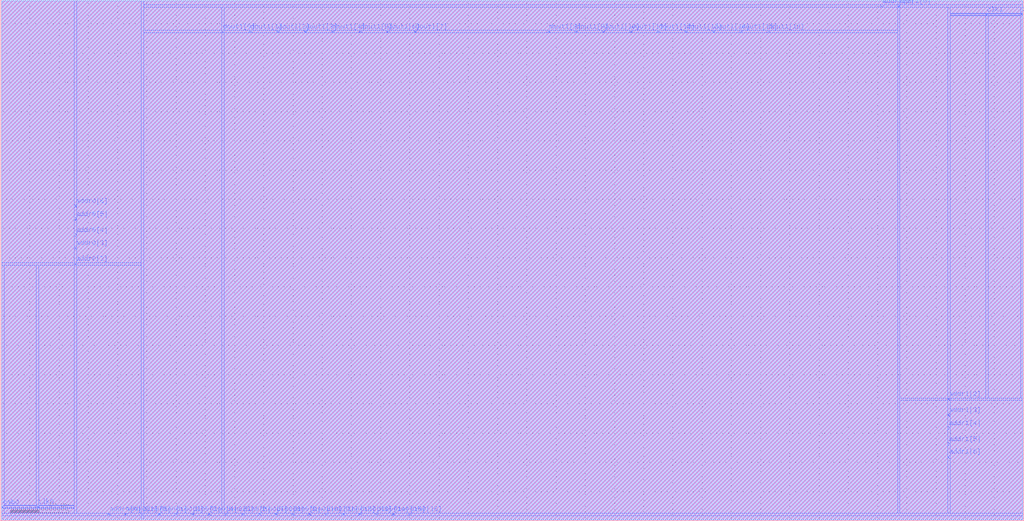
<source format=lef>
VERSION 5.4 ;
NAMESCASESENSITIVE ON ;
BUSBITCHARS "[]" ;
DIVIDERCHAR "/" ;
UNITS
  DATABASE MICRONS 2000 ;
END UNITS
MACRO sram_0rw1r1w_17_128_freepdk45
   CLASS BLOCK ;
   SIZE 175.015 BY 89.13 ;
   SYMMETRY X Y R90 ;
   PIN din0[0]
      DIRECTION INPUT ;
      PORT
         LAYER metal3 ;
         RECT  24.185 1.0375 24.32 1.1725 ;
      END
   END din0[0]
   PIN din0[1]
      DIRECTION INPUT ;
      PORT
         LAYER metal3 ;
         RECT  27.045 1.0375 27.18 1.1725 ;
      END
   END din0[1]
   PIN din0[2]
      DIRECTION INPUT ;
      PORT
         LAYER metal3 ;
         RECT  29.905 1.0375 30.04 1.1725 ;
      END
   END din0[2]
   PIN din0[3]
      DIRECTION INPUT ;
      PORT
         LAYER metal3 ;
         RECT  32.765 1.0375 32.9 1.1725 ;
      END
   END din0[3]
   PIN din0[4]
      DIRECTION INPUT ;
      PORT
         LAYER metal3 ;
         RECT  35.625 1.0375 35.76 1.1725 ;
      END
   END din0[4]
   PIN din0[5]
      DIRECTION INPUT ;
      PORT
         LAYER metal3 ;
         RECT  38.485 1.0375 38.62 1.1725 ;
      END
   END din0[5]
   PIN din0[6]
      DIRECTION INPUT ;
      PORT
         LAYER metal3 ;
         RECT  41.345 1.0375 41.48 1.1725 ;
      END
   END din0[6]
   PIN din0[7]
      DIRECTION INPUT ;
      PORT
         LAYER metal3 ;
         RECT  44.205 1.0375 44.34 1.1725 ;
      END
   END din0[7]
   PIN din0[8]
      DIRECTION INPUT ;
      PORT
         LAYER metal3 ;
         RECT  47.065 1.0375 47.2 1.1725 ;
      END
   END din0[8]
   PIN din0[9]
      DIRECTION INPUT ;
      PORT
         LAYER metal3 ;
         RECT  49.925 1.0375 50.06 1.1725 ;
      END
   END din0[9]
   PIN din0[10]
      DIRECTION INPUT ;
      PORT
         LAYER metal3 ;
         RECT  52.785 1.0375 52.92 1.1725 ;
      END
   END din0[10]
   PIN din0[11]
      DIRECTION INPUT ;
      PORT
         LAYER metal3 ;
         RECT  55.645 1.0375 55.78 1.1725 ;
      END
   END din0[11]
   PIN din0[12]
      DIRECTION INPUT ;
      PORT
         LAYER metal3 ;
         RECT  58.505 1.0375 58.64 1.1725 ;
      END
   END din0[12]
   PIN din0[13]
      DIRECTION INPUT ;
      PORT
         LAYER metal3 ;
         RECT  61.365 1.0375 61.5 1.1725 ;
      END
   END din0[13]
   PIN din0[14]
      DIRECTION INPUT ;
      PORT
         LAYER metal3 ;
         RECT  64.225 1.0375 64.36 1.1725 ;
      END
   END din0[14]
   PIN din0[15]
      DIRECTION INPUT ;
      PORT
         LAYER metal3 ;
         RECT  67.085 1.0375 67.22 1.1725 ;
      END
   END din0[15]
   PIN din0[16]
      DIRECTION INPUT ;
      PORT
         LAYER metal3 ;
         RECT  69.945 1.0375 70.08 1.1725 ;
      END
   END din0[16]
   PIN addr0[0]
      DIRECTION INPUT ;
      PORT
         LAYER metal3 ;
         RECT  18.465 1.0375 18.6 1.1725 ;
      END
   END addr0[0]
   PIN addr0[1]
      DIRECTION INPUT ;
      PORT
         LAYER metal3 ;
         RECT  21.325 1.0375 21.46 1.1725 ;
      END
   END addr0[1]
   PIN addr0[2]
      DIRECTION INPUT ;
      PORT
         LAYER metal3 ;
         RECT  12.745 43.8625 12.88 43.9975 ;
      END
   END addr0[2]
   PIN addr0[3]
      DIRECTION INPUT ;
      PORT
         LAYER metal3 ;
         RECT  12.745 46.5925 12.88 46.7275 ;
      END
   END addr0[3]
   PIN addr0[4]
      DIRECTION INPUT ;
      PORT
         LAYER metal3 ;
         RECT  12.745 48.8025 12.88 48.9375 ;
      END
   END addr0[4]
   PIN addr0[5]
      DIRECTION INPUT ;
      PORT
         LAYER metal3 ;
         RECT  12.745 51.5325 12.88 51.6675 ;
      END
   END addr0[5]
   PIN addr0[6]
      DIRECTION INPUT ;
      PORT
         LAYER metal3 ;
         RECT  12.745 53.7425 12.88 53.8775 ;
      END
   END addr0[6]
   PIN addr1[0]
      DIRECTION INPUT ;
      PORT
         LAYER metal3 ;
         RECT  153.555 87.9575 153.69 88.0925 ;
      END
   END addr1[0]
   PIN addr1[1]
      DIRECTION INPUT ;
      PORT
         LAYER metal3 ;
         RECT  150.695 87.9575 150.83 88.0925 ;
      END
   END addr1[1]
   PIN addr1[2]
      DIRECTION INPUT ;
      PORT
         LAYER metal3 ;
         RECT  162.135 20.7225 162.27 20.8575 ;
      END
   END addr1[2]
   PIN addr1[3]
      DIRECTION INPUT ;
      PORT
         LAYER metal3 ;
         RECT  162.135 17.9925 162.27 18.1275 ;
      END
   END addr1[3]
   PIN addr1[4]
      DIRECTION INPUT ;
      PORT
         LAYER metal3 ;
         RECT  162.135 15.7825 162.27 15.9175 ;
      END
   END addr1[4]
   PIN addr1[5]
      DIRECTION INPUT ;
      PORT
         LAYER metal3 ;
         RECT  162.135 13.0525 162.27 13.1875 ;
      END
   END addr1[5]
   PIN addr1[6]
      DIRECTION INPUT ;
      PORT
         LAYER metal3 ;
         RECT  162.135 10.8425 162.27 10.9775 ;
      END
   END addr1[6]
   PIN csb0
      DIRECTION INPUT ;
      PORT
         LAYER metal3 ;
         RECT  0.285 2.2625 0.42 2.3975 ;
      END
   END csb0
   PIN csb1
      DIRECTION INPUT ;
      PORT
         LAYER metal3 ;
         RECT  174.595 86.5825 174.73 86.7175 ;
      END
   END csb1
   PIN clk0
      DIRECTION INPUT ;
      PORT
         LAYER metal3 ;
         RECT  6.2475 2.3475 6.3825 2.4825 ;
      END
   END clk0
   PIN clk1
      DIRECTION INPUT ;
      PORT
         LAYER metal3 ;
         RECT  168.6325 86.4975 168.7675 86.6325 ;
      END
   END clk1
   PIN dout1[0]
      DIRECTION OUTPUT ;
      PORT
         LAYER metal3 ;
         RECT  37.945 83.595 38.08 83.73 ;
      END
   END dout1[0]
   PIN dout1[1]
      DIRECTION OUTPUT ;
      PORT
         LAYER metal3 ;
         RECT  42.645 83.595 42.78 83.73 ;
      END
   END dout1[1]
   PIN dout1[2]
      DIRECTION OUTPUT ;
      PORT
         LAYER metal3 ;
         RECT  47.345 83.595 47.48 83.73 ;
      END
   END dout1[2]
   PIN dout1[3]
      DIRECTION OUTPUT ;
      PORT
         LAYER metal3 ;
         RECT  52.045 83.595 52.18 83.73 ;
      END
   END dout1[3]
   PIN dout1[4]
      DIRECTION OUTPUT ;
      PORT
         LAYER metal3 ;
         RECT  56.745 83.595 56.88 83.73 ;
      END
   END dout1[4]
   PIN dout1[5]
      DIRECTION OUTPUT ;
      PORT
         LAYER metal3 ;
         RECT  61.445 83.595 61.58 83.73 ;
      END
   END dout1[5]
   PIN dout1[6]
      DIRECTION OUTPUT ;
      PORT
         LAYER metal3 ;
         RECT  66.145 83.595 66.28 83.73 ;
      END
   END dout1[6]
   PIN dout1[7]
      DIRECTION OUTPUT ;
      PORT
         LAYER metal3 ;
         RECT  70.845 83.595 70.98 83.73 ;
      END
   END dout1[7]
   PIN dout1[8]
      DIRECTION OUTPUT ;
      PORT
         LAYER metal3 ;
         RECT  93.675 83.595 93.81 83.73 ;
      END
   END dout1[8]
   PIN dout1[9]
      DIRECTION OUTPUT ;
      PORT
         LAYER metal3 ;
         RECT  98.375 83.595 98.51 83.73 ;
      END
   END dout1[9]
   PIN dout1[10]
      DIRECTION OUTPUT ;
      PORT
         LAYER metal3 ;
         RECT  103.075 83.595 103.21 83.73 ;
      END
   END dout1[10]
   PIN dout1[11]
      DIRECTION OUTPUT ;
      PORT
         LAYER metal3 ;
         RECT  107.775 83.595 107.91 83.73 ;
      END
   END dout1[11]
   PIN dout1[12]
      DIRECTION OUTPUT ;
      PORT
         LAYER metal3 ;
         RECT  112.475 83.595 112.61 83.73 ;
      END
   END dout1[12]
   PIN dout1[13]
      DIRECTION OUTPUT ;
      PORT
         LAYER metal3 ;
         RECT  117.175 83.595 117.31 83.73 ;
      END
   END dout1[13]
   PIN dout1[14]
      DIRECTION OUTPUT ;
      PORT
         LAYER metal3 ;
         RECT  121.875 83.595 122.01 83.73 ;
      END
   END dout1[14]
   PIN dout1[15]
      DIRECTION OUTPUT ;
      PORT
         LAYER metal3 ;
         RECT  126.575 83.595 126.71 83.73 ;
      END
   END dout1[15]
   PIN dout1[16]
      DIRECTION OUTPUT ;
      PORT
         LAYER metal3 ;
         RECT  131.275 83.595 131.41 83.73 ;
      END
   END dout1[16]
   PIN vdd
      DIRECTION INOUT ;
      USE POWER ; 
      SHAPE ABUTMENT ; 
      PORT
      END
   END vdd
   PIN gnd
      DIRECTION INOUT ;
      USE GROUND ; 
      SHAPE ABUTMENT ; 
      PORT
      END
   END gnd
   OBS
   LAYER  metal1 ;
      RECT  0.14 0.14 174.875 88.99 ;
   LAYER  metal2 ;
      RECT  0.14 0.14 174.875 88.99 ;
   LAYER  metal3 ;
      RECT  0.14 0.14 24.045 0.8975 ;
      RECT  24.045 0.14 24.46 0.8975 ;
      RECT  24.045 1.3125 24.46 88.99 ;
      RECT  24.46 0.14 174.875 0.8975 ;
      RECT  24.46 0.8975 26.905 1.3125 ;
      RECT  27.32 0.8975 29.765 1.3125 ;
      RECT  30.18 0.8975 32.625 1.3125 ;
      RECT  33.04 0.8975 35.485 1.3125 ;
      RECT  35.9 0.8975 38.345 1.3125 ;
      RECT  38.76 0.8975 41.205 1.3125 ;
      RECT  41.62 0.8975 44.065 1.3125 ;
      RECT  44.48 0.8975 46.925 1.3125 ;
      RECT  47.34 0.8975 49.785 1.3125 ;
      RECT  50.2 0.8975 52.645 1.3125 ;
      RECT  53.06 0.8975 55.505 1.3125 ;
      RECT  55.92 0.8975 58.365 1.3125 ;
      RECT  58.78 0.8975 61.225 1.3125 ;
      RECT  61.64 0.8975 64.085 1.3125 ;
      RECT  64.5 0.8975 66.945 1.3125 ;
      RECT  67.36 0.8975 69.805 1.3125 ;
      RECT  70.22 0.8975 174.875 1.3125 ;
      RECT  0.14 0.8975 18.325 1.3125 ;
      RECT  18.74 0.8975 21.185 1.3125 ;
      RECT  21.6 0.8975 24.045 1.3125 ;
      RECT  0.14 43.7225 12.605 44.1375 ;
      RECT  0.14 44.1375 12.605 88.99 ;
      RECT  12.605 1.3125 13.02 43.7225 ;
      RECT  13.02 1.3125 24.045 43.7225 ;
      RECT  13.02 43.7225 24.045 44.1375 ;
      RECT  13.02 44.1375 24.045 88.99 ;
      RECT  12.605 44.1375 13.02 46.4525 ;
      RECT  12.605 46.8675 13.02 48.6625 ;
      RECT  12.605 49.0775 13.02 51.3925 ;
      RECT  12.605 51.8075 13.02 53.6025 ;
      RECT  12.605 54.0175 13.02 88.99 ;
      RECT  24.46 88.2325 153.415 88.99 ;
      RECT  153.415 1.3125 153.83 87.8175 ;
      RECT  153.415 88.2325 153.83 88.99 ;
      RECT  153.83 87.8175 174.875 88.2325 ;
      RECT  153.83 88.2325 174.875 88.99 ;
      RECT  24.46 87.8175 150.555 88.2325 ;
      RECT  150.97 87.8175 153.415 88.2325 ;
      RECT  153.83 1.3125 161.995 20.5825 ;
      RECT  153.83 20.5825 161.995 20.9975 ;
      RECT  153.83 20.9975 161.995 87.8175 ;
      RECT  161.995 20.9975 162.41 87.8175 ;
      RECT  162.41 1.3125 174.875 20.5825 ;
      RECT  162.41 20.5825 174.875 20.9975 ;
      RECT  161.995 18.2675 162.41 20.5825 ;
      RECT  161.995 16.0575 162.41 17.8525 ;
      RECT  161.995 13.3275 162.41 15.6425 ;
      RECT  161.995 1.3125 162.41 10.7025 ;
      RECT  161.995 11.1175 162.41 12.9125 ;
      RECT  0.14 1.3125 0.145 2.1225 ;
      RECT  0.14 2.1225 0.145 2.5375 ;
      RECT  0.14 2.5375 0.145 43.7225 ;
      RECT  0.145 1.3125 0.56 2.1225 ;
      RECT  0.145 2.5375 0.56 43.7225 ;
      RECT  0.56 1.3125 12.605 2.1225 ;
      RECT  162.41 86.8575 174.455 87.8175 ;
      RECT  174.455 20.9975 174.87 86.4425 ;
      RECT  174.455 86.8575 174.87 87.8175 ;
      RECT  174.87 20.9975 174.875 86.4425 ;
      RECT  174.87 86.4425 174.875 86.8575 ;
      RECT  174.87 86.8575 174.875 87.8175 ;
      RECT  0.56 2.1225 6.1075 2.2075 ;
      RECT  0.56 2.2075 6.1075 2.5375 ;
      RECT  6.1075 2.1225 6.5225 2.2075 ;
      RECT  6.5225 2.1225 12.605 2.2075 ;
      RECT  6.5225 2.2075 12.605 2.5375 ;
      RECT  0.56 2.5375 6.1075 2.6225 ;
      RECT  0.56 2.6225 6.1075 43.7225 ;
      RECT  6.1075 2.6225 6.5225 43.7225 ;
      RECT  6.5225 2.5375 12.605 2.6225 ;
      RECT  6.5225 2.6225 12.605 43.7225 ;
      RECT  162.41 20.9975 168.4925 86.3575 ;
      RECT  162.41 86.3575 168.4925 86.4425 ;
      RECT  168.4925 20.9975 168.9075 86.3575 ;
      RECT  168.9075 20.9975 174.455 86.3575 ;
      RECT  168.9075 86.3575 174.455 86.4425 ;
      RECT  162.41 86.4425 168.4925 86.7725 ;
      RECT  162.41 86.7725 168.4925 86.8575 ;
      RECT  168.4925 86.7725 168.9075 86.8575 ;
      RECT  168.9075 86.4425 174.455 86.7725 ;
      RECT  168.9075 86.7725 174.455 86.8575 ;
      RECT  24.46 1.3125 37.805 83.455 ;
      RECT  24.46 83.455 37.805 83.87 ;
      RECT  24.46 83.87 37.805 87.8175 ;
      RECT  37.805 1.3125 38.22 83.455 ;
      RECT  37.805 83.87 38.22 87.8175 ;
      RECT  38.22 1.3125 153.415 83.455 ;
      RECT  38.22 83.87 153.415 87.8175 ;
      RECT  38.22 83.455 42.505 83.87 ;
      RECT  42.92 83.455 47.205 83.87 ;
      RECT  47.62 83.455 51.905 83.87 ;
      RECT  52.32 83.455 56.605 83.87 ;
      RECT  57.02 83.455 61.305 83.87 ;
      RECT  61.72 83.455 66.005 83.87 ;
      RECT  66.42 83.455 70.705 83.87 ;
      RECT  71.12 83.455 93.535 83.87 ;
      RECT  93.95 83.455 98.235 83.87 ;
      RECT  98.65 83.455 102.935 83.87 ;
      RECT  103.35 83.455 107.635 83.87 ;
      RECT  108.05 83.455 112.335 83.87 ;
      RECT  112.75 83.455 117.035 83.87 ;
      RECT  117.45 83.455 121.735 83.87 ;
      RECT  122.15 83.455 126.435 83.87 ;
      RECT  126.85 83.455 131.135 83.87 ;
      RECT  131.55 83.455 153.415 83.87 ;
   LAYER  metal4 ;
      RECT  0.14 0.14 174.875 88.99 ;
   END
END    sram_0rw1r1w_17_128_freepdk45
END    LIBRARY

</source>
